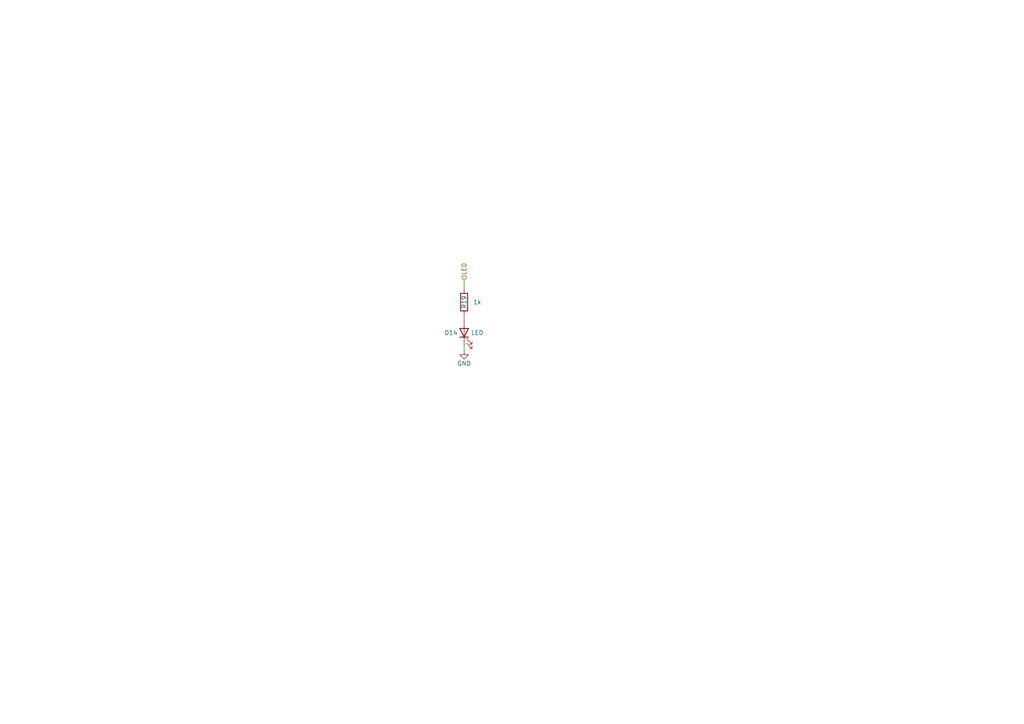
<source format=kicad_sch>
(kicad_sch (version 20211123) (generator eeschema)
  (paper "A4")
  (title_block (title "YardForce NX100i 18Buttons 3LEDs LCD CoverUI") (date "2023-11-16") (rev "0.1") (comment 1 "(c) Apehaenger") (comment 2 "For https://openmower.de") (comment 3 "RM-EC3-V1.1 20210619 with STM32F401RCT6"))
  (lib_symbols
    (symbol "Device:LED" (pin_numbers hide) (pin_names (offset 1.016) hide)
      (property "Reference" "D" (at 0 2.54 0))
      (property "Value" "LED" (at 0 -2.54 0))
      (symbol "LED_0_1"
        (polyline (pts (xy -1.27 -1.27) (xy -1.27 1.27)) (stroke (width 0.254)))
        (polyline (pts (xy -1.27 0) (xy 1.27 0)))
        (polyline (pts (xy 1.27 -1.27) (xy 1.27 1.27) (xy -1.27 0) (xy 1.27 -1.27)) (stroke (width 0.254)))
        (polyline (pts (xy -3.048 -0.762) (xy -4.572 -2.286) (xy -3.81 -2.286) (xy -4.572 -2.286) (xy -4.572 -1.524)))
        (polyline (pts (xy -1.778 -0.762) (xy -3.302 -2.286) (xy -2.54 -2.286) (xy -3.302 -2.286) (xy -3.302 -1.524)))
      )
      (symbol "LED_1_1"
        (pin passive line (at -3.81 0 0) (length 2.54) (name "K") (number "1"))
        (pin passive line (at 3.81 0 180) (length 2.54) (name "A") (number "2"))
      )
    )
    (symbol "Device:R" (pin_numbers hide) (pin_names (offset 0))
      (property "Reference" "R" (at 2.032 0 90))
      (property "Value" "R" (at 0 0 90))
      (symbol "R_0_1"
        (rectangle (start -1.016 -2.54) (end 1.016 2.54) (stroke (width 0.254)))
      )
      (symbol "R_1_1"
        (pin passive line (at 0 3.81 270) (length 1.27) (name "~") (number "1"))
        (pin passive line (at 0 -3.81 90) (length 1.27) (name "~") (number "2"))
      )
    )
    (symbol "power:GND" (power) (pin_names (offset 0))
      (property "Value" "GND" (at 0 -3.81 0))
      (symbol "GND_0_1"
        (polyline (pts (xy 0 0) (xy 0 -1.27) (xy 1.27 -1.27) (xy 0 -2.54) (xy -1.27 -1.27) (xy 0 -1.27)))
      )
      (symbol "GND_1_1"
        (pin power_in line (at 0 0 270) (length 0) hide (name "GND") (number "1"))
      )
    )
  )
  (wire (pts (xy 134.62 100.33) (xy 134.62 101.6)))
  (wire (pts (xy 134.62 91.44) (xy 134.62 92.71)))
  (wire (pts (xy 134.62 81.28) (xy 134.62 83.82)))
  (hierarchical_label "LED" (shape input) (at 134.62 81.28 90))
  (symbol (lib_id "Device:LED") (at 134.62 96.52 90) (unit 1)
    (property "Reference" "D14" (at 130.81 96.52 90))
    (property "Value" "LED" (at 138.43 96.52 90))
  )
  (symbol (lib_id "power:GND") (at 134.62 101.6 0) (unit 1)
    (property "Reference" "#PWR?" (effects hide))
    (property "Value" "GND" (at 134.62 105.41 0))
  )
  (symbol (lib_id "Device:R") (at 134.62 87.63 0) (unit 1)
    (property "Reference" "R19" (at 134.62 87.63 90))
    (property "Value" "1k" (at 138.43 87.63 0))
  )
)
</source>
